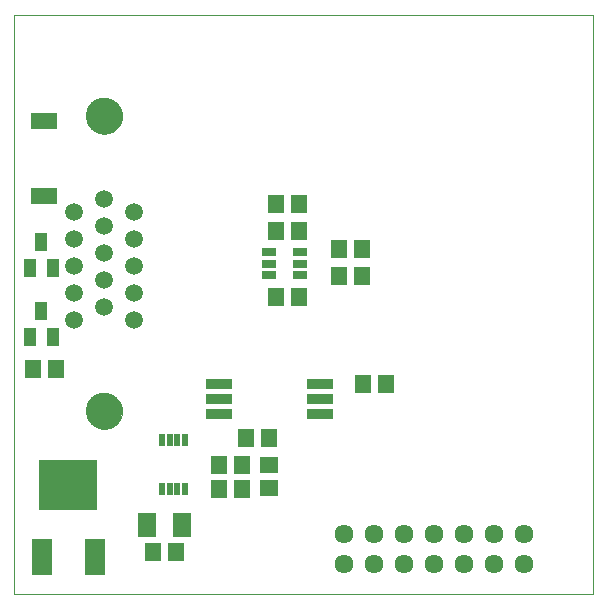
<source format=gbs>
G75*
%MOIN*%
%OFA0B0*%
%FSLAX24Y24*%
%IPPOS*%
%LPD*%
%AMOC8*
5,1,8,0,0,1.08239X$1,22.5*
%
%ADD10C,0.0000*%
%ADD11R,0.0552X0.0631*%
%ADD12R,0.0453X0.0276*%
%ADD13C,0.0594*%
%ADD14C,0.1221*%
%ADD15C,0.0634*%
%ADD16R,0.0890X0.0340*%
%ADD17R,0.0434X0.0591*%
%ADD18R,0.0890X0.0540*%
%ADD19R,0.0217X0.0434*%
%ADD20R,0.0631X0.0552*%
%ADD21R,0.0670X0.1221*%
%ADD22R,0.1940X0.1690*%
%ADD23R,0.0631X0.0827*%
D10*
X004062Y003000D02*
X004062Y022292D01*
X023353Y022292D01*
X023353Y003000D01*
X004062Y003000D01*
X006471Y009079D02*
X006473Y009127D01*
X006479Y009175D01*
X006489Y009222D01*
X006502Y009268D01*
X006520Y009313D01*
X006540Y009357D01*
X006565Y009399D01*
X006593Y009438D01*
X006623Y009475D01*
X006657Y009509D01*
X006694Y009541D01*
X006732Y009570D01*
X006773Y009595D01*
X006816Y009617D01*
X006861Y009635D01*
X006907Y009649D01*
X006954Y009660D01*
X007002Y009667D01*
X007050Y009670D01*
X007098Y009669D01*
X007146Y009664D01*
X007194Y009655D01*
X007240Y009643D01*
X007285Y009626D01*
X007329Y009606D01*
X007371Y009583D01*
X007411Y009556D01*
X007449Y009526D01*
X007484Y009493D01*
X007516Y009457D01*
X007546Y009419D01*
X007572Y009378D01*
X007594Y009335D01*
X007614Y009291D01*
X007629Y009246D01*
X007641Y009199D01*
X007649Y009151D01*
X007653Y009103D01*
X007653Y009055D01*
X007649Y009007D01*
X007641Y008959D01*
X007629Y008912D01*
X007614Y008867D01*
X007594Y008823D01*
X007572Y008780D01*
X007546Y008739D01*
X007516Y008701D01*
X007484Y008665D01*
X007449Y008632D01*
X007411Y008602D01*
X007371Y008575D01*
X007329Y008552D01*
X007285Y008532D01*
X007240Y008515D01*
X007194Y008503D01*
X007146Y008494D01*
X007098Y008489D01*
X007050Y008488D01*
X007002Y008491D01*
X006954Y008498D01*
X006907Y008509D01*
X006861Y008523D01*
X006816Y008541D01*
X006773Y008563D01*
X006732Y008588D01*
X006694Y008617D01*
X006657Y008649D01*
X006623Y008683D01*
X006593Y008720D01*
X006565Y008759D01*
X006540Y008801D01*
X006520Y008845D01*
X006502Y008890D01*
X006489Y008936D01*
X006479Y008983D01*
X006473Y009031D01*
X006471Y009079D01*
X006471Y018921D02*
X006473Y018969D01*
X006479Y019017D01*
X006489Y019064D01*
X006502Y019110D01*
X006520Y019155D01*
X006540Y019199D01*
X006565Y019241D01*
X006593Y019280D01*
X006623Y019317D01*
X006657Y019351D01*
X006694Y019383D01*
X006732Y019412D01*
X006773Y019437D01*
X006816Y019459D01*
X006861Y019477D01*
X006907Y019491D01*
X006954Y019502D01*
X007002Y019509D01*
X007050Y019512D01*
X007098Y019511D01*
X007146Y019506D01*
X007194Y019497D01*
X007240Y019485D01*
X007285Y019468D01*
X007329Y019448D01*
X007371Y019425D01*
X007411Y019398D01*
X007449Y019368D01*
X007484Y019335D01*
X007516Y019299D01*
X007546Y019261D01*
X007572Y019220D01*
X007594Y019177D01*
X007614Y019133D01*
X007629Y019088D01*
X007641Y019041D01*
X007649Y018993D01*
X007653Y018945D01*
X007653Y018897D01*
X007649Y018849D01*
X007641Y018801D01*
X007629Y018754D01*
X007614Y018709D01*
X007594Y018665D01*
X007572Y018622D01*
X007546Y018581D01*
X007516Y018543D01*
X007484Y018507D01*
X007449Y018474D01*
X007411Y018444D01*
X007371Y018417D01*
X007329Y018394D01*
X007285Y018374D01*
X007240Y018357D01*
X007194Y018345D01*
X007146Y018336D01*
X007098Y018331D01*
X007050Y018330D01*
X007002Y018333D01*
X006954Y018340D01*
X006907Y018351D01*
X006861Y018365D01*
X006816Y018383D01*
X006773Y018405D01*
X006732Y018430D01*
X006694Y018459D01*
X006657Y018491D01*
X006623Y018525D01*
X006593Y018562D01*
X006565Y018601D01*
X006540Y018643D01*
X006520Y018687D01*
X006502Y018732D01*
X006489Y018778D01*
X006479Y018825D01*
X006473Y018873D01*
X006471Y018921D01*
D11*
X012788Y016000D03*
X013536Y016000D03*
X013536Y015100D03*
X012788Y015100D03*
X014888Y014500D03*
X015636Y014500D03*
X015636Y013600D03*
X014888Y013600D03*
X013536Y012900D03*
X012788Y012900D03*
X015688Y010000D03*
X016436Y010000D03*
X012536Y008200D03*
X011788Y008200D03*
X011636Y007300D03*
X010888Y007300D03*
X010888Y006500D03*
X011636Y006500D03*
X009436Y004400D03*
X008688Y004400D03*
X005436Y010500D03*
X004688Y010500D03*
D12*
X012530Y013626D03*
X012530Y014000D03*
X012530Y014374D03*
X013593Y014374D03*
X013593Y014000D03*
X013593Y013626D03*
D13*
X008062Y013905D03*
X008062Y014805D03*
X008062Y015705D03*
X007062Y016155D03*
X007062Y015255D03*
X007062Y014355D03*
X007062Y013455D03*
X007062Y012555D03*
X008062Y013005D03*
X008062Y012105D03*
X006062Y012105D03*
X006062Y013005D03*
X006062Y013905D03*
X006062Y014805D03*
X006062Y015705D03*
D14*
X007062Y018921D03*
X007062Y009079D03*
D15*
X015062Y005000D03*
X015062Y004000D03*
X016062Y004000D03*
X017062Y004000D03*
X018062Y004000D03*
X018062Y005000D03*
X017062Y005000D03*
X016062Y005000D03*
X019062Y005000D03*
X019062Y004000D03*
X020062Y004000D03*
X021062Y004000D03*
X021062Y005000D03*
X020062Y005000D03*
D16*
X014242Y009000D03*
X014242Y009500D03*
X014242Y010000D03*
X010882Y010000D03*
X010882Y009500D03*
X010882Y009000D03*
D17*
X005336Y011567D03*
X004588Y011567D03*
X004962Y012433D03*
X005336Y013867D03*
X004588Y013867D03*
X004962Y014733D03*
D18*
X005062Y016252D03*
X005062Y018748D03*
D19*
X008978Y008107D03*
X009234Y008107D03*
X009490Y008107D03*
X009746Y008107D03*
X009746Y006493D03*
X009490Y006493D03*
X009234Y006493D03*
X008978Y006493D03*
D20*
X012562Y006526D03*
X012562Y007274D03*
D21*
X006760Y004210D03*
X004964Y004210D03*
D22*
X005862Y006625D03*
D23*
X008471Y005300D03*
X009652Y005300D03*
M02*

</source>
